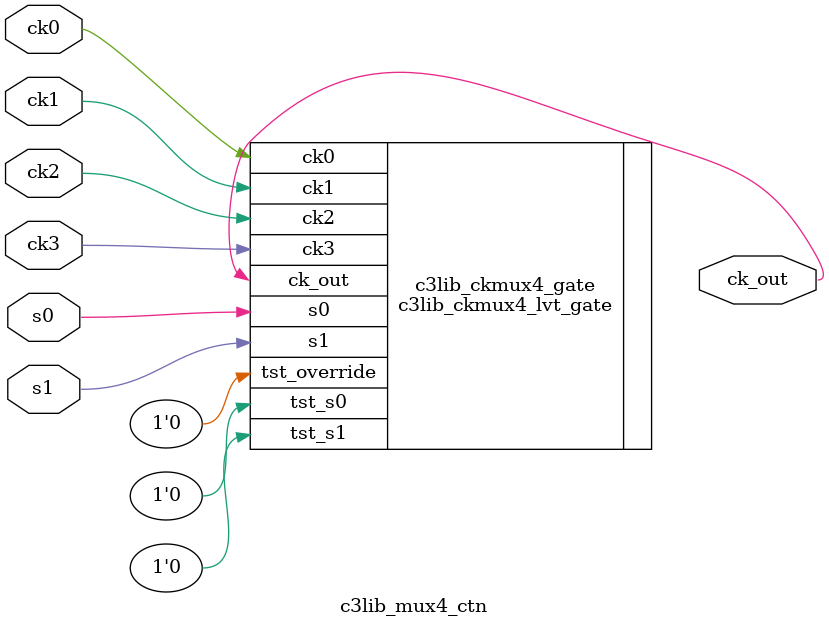
<source format=sv>

module  c3lib_mux4_ctn( 

  input  logic	ck0,
  input	 logic	ck1,
  input	 logic	ck2,
  input  logic	ck3,
  input  logic	s0,
  input	 logic	s1,
  output logic	ck_out

); 

  c3lib_ckmux4_lvt_gate c3lib_ckmux4_gate( 

    // Functional IOs
    .ck0	( ck0    ),
    .ck1	( ck1    ),
    .ck2	( ck2    ),
    .ck3	( ck3    ),
    .s0		( s0     ),
    .s1		( s1     ),
    .ck_out	( ck_out ),

    // Scan IOs
    .tst_override	( 1'b0 ),
    .tst_s0		( 1'b0 ),
    .tst_s1		( 1'b0 )

  ); 

endmodule 


</source>
